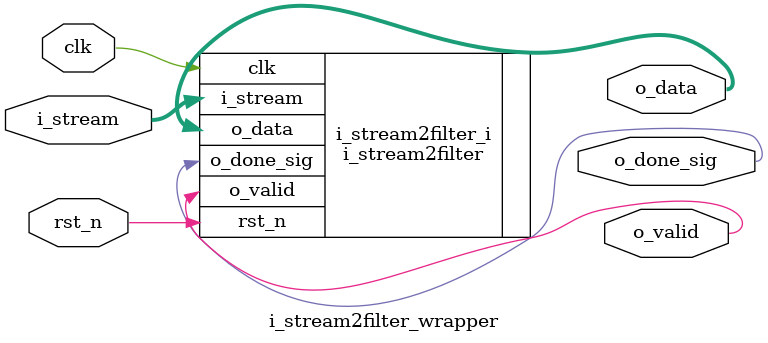
<source format=v>
`timescale 1 ps / 1 ps

module i_stream2filter_wrapper
   (clk,
    i_stream,
    o_data,
    o_done_sig,
    o_valid,
    rst_n);
  input clk;
  input [7:0]i_stream;
  output [7:0]o_data;
  output o_done_sig;
  output o_valid;
  input rst_n;

  wire clk;
  wire [7:0]i_stream;
  wire [7:0]o_data;
  wire o_done_sig;
  wire o_valid;
  wire rst_n;

  i_stream2filter i_stream2filter_i
       (.clk(clk),
        .i_stream(i_stream),
        .o_data(o_data),
        .o_done_sig(o_done_sig),
        .o_valid(o_valid),
        .rst_n(rst_n));
endmodule

</source>
